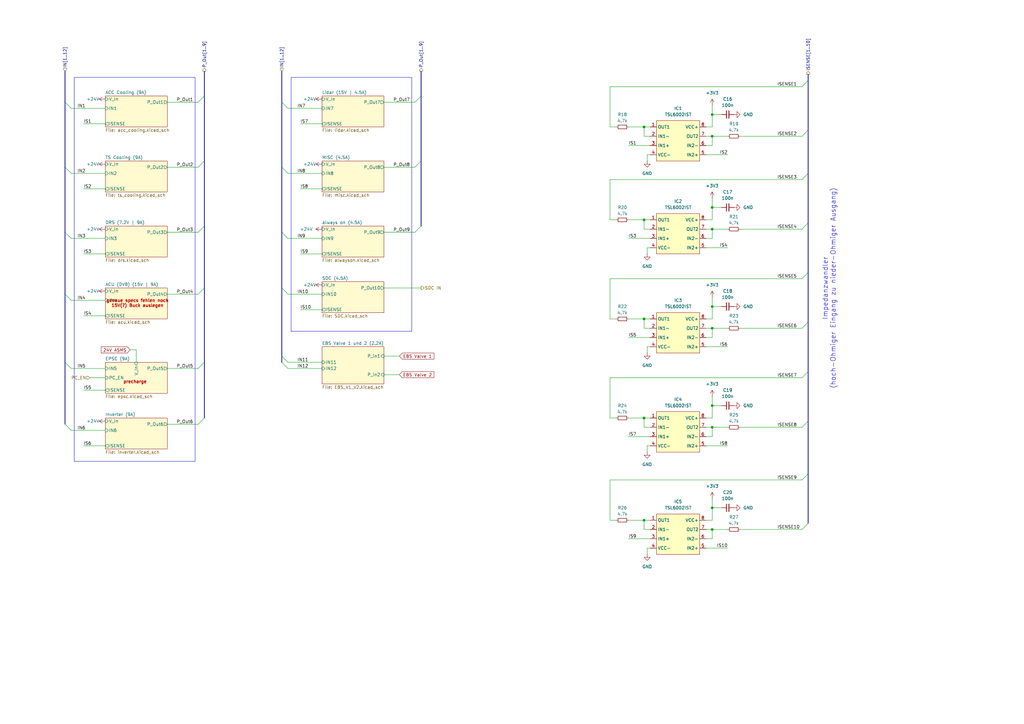
<source format=kicad_sch>
(kicad_sch (version 20231120) (generator "eeschema") (generator_version "8.0")
  (paper "A3")
  (title_block (title "PDU FT25") (date "2024-11-18") (rev "V1.0") (company "Janek Herm") (comment 1 "FaSTTUBe Electronics"))
  (lib_symbols
    (symbol "Device:C_Small" (pin_numbers hide) (pin_names (offset 0.254) hide)
      (property "Reference" "C" (at 0.254 1.778 0))
      (property "Value" "C_Small" (at 0.254 -2.032 0))
      (symbol "C_Small_0_1"
        (polyline (pts (xy -1.524 -0.508) (xy 1.524 -0.508)) (stroke (width 0.3302)))
        (polyline (pts (xy -1.524 0.508) (xy 1.524 0.508)) (stroke (width 0.3048)))
      )
      (symbol "C_Small_1_1"
        (pin passive line (at 0 2.54 270) (length 2.032) (name "~") (number "1"))
        (pin passive line (at 0 -2.54 90) (length 2.032) (name "~") (number "2"))
      )
    )
    (symbol "Device:R_Small" (pin_numbers hide) (pin_names (offset 0.254) hide)
      (property "Reference" "R" (at 0.762 0.508 0))
      (property "Value" "R_Small" (at 0.762 -1.016 0))
      (symbol "R_Small_0_1"
        (rectangle (start -0.762 1.778) (end 0.762 -1.778) (stroke (width 0.2032)))
      )
      (symbol "R_Small_1_1"
        (pin passive line (at 0 2.54 270) (length 0.762) (name "~") (number "1"))
        (pin passive line (at 0 -2.54 90) (length 0.762) (name "~") (number "2"))
      )
    )
    (symbol "FaSTTUBe_microcontrollers:TSL6002IST"
      (property "Reference" "IC" (at -0.254 -11.938 0))
      (property "Value" "TSL6002IST" (at 0 -14.478 0))
      (symbol "TSL6002IST_1_1"
        (rectangle (start -8.89 6.35) (end 8.89 -10.16) (fill (type background)))
        (pin output line (at -11.43 3.81 0) (length 2.54) (name "OUT1") (number "1"))
        (pin input line (at -11.43 0 0) (length 2.54) (name "IN1-") (number "2"))
        (pin input line (at -11.43 -3.81 0) (length 2.54) (name "IN1+") (number "3"))
        (pin passive line (at -11.43 -7.62 0) (length 2.54) (name "VCC-") (number "4"))
        (pin input line (at 11.43 -7.62 180) (length 2.54) (name "IN2+") (number "5"))
        (pin input line (at 11.43 -3.81 180) (length 2.54) (name "IN2-") (number "6"))
        (pin output line (at 11.43 0 180) (length 2.54) (name "OUT2") (number "7"))
        (pin input line (at 11.43 3.81 180) (length 2.54) (name "VCC+") (number "8"))
      )
    )
    (symbol "power:+12V" (power) (pin_numbers hide) (pin_names (offset 0) hide)
      (property "Value" "+12V" (at 0 3.556 0))
      (symbol "+12V_0_1"
        (polyline (pts (xy -0.762 1.27) (xy 0 2.54)))
        (polyline (pts (xy 0 0) (xy 0 2.54)))
        (polyline (pts (xy 0 2.54) (xy 0.762 1.27)))
      )
      (symbol "+12V_1_1"
        (pin power_in line (at 0 0 90) (length 0) (name "~") (number "1"))
      )
    )
    (symbol "power:+24V" (power) (pin_numbers hide) (pin_names (offset 0) hide)
      (property "Value" "+24V" (at 0 3.556 0))
      (symbol "+24V_0_1"
        (polyline (pts (xy -0.762 1.27) (xy 0 2.54)))
        (polyline (pts (xy 0 0) (xy 0 2.54)))
        (polyline (pts (xy 0 2.54) (xy 0.762 1.27)))
      )
      (symbol "+24V_1_1"
        (pin power_in line (at 0 0 90) (length 0) (name "~") (number "1"))
      )
    )
    (symbol "power:+3.3V" (power) (pin_numbers hide) (pin_names (offset 0) hide)
      (property "Value" "+3.3V" (at 0 3.556 0))
      (symbol "+3.3V_0_1"
        (polyline (pts (xy -0.762 1.27) (xy 0 2.54)))
        (polyline (pts (xy 0 0) (xy 0 2.54)))
        (polyline (pts (xy 0 2.54) (xy 0.762 1.27)))
      )
      (symbol "+3.3V_1_1"
        (pin power_in line (at 0 0 90) (length 0) (name "~") (number "1"))
      )
    )
    (symbol "power:GND" (power) (pin_numbers hide) (pin_names (offset 0) hide)
      (property "Value" "GND" (at 0 -3.81 0))
      (symbol "GND_0_1"
        (polyline (pts (xy 0 0) (xy 0 -1.27) (xy 1.27 -1.27) (xy 0 -2.54) (xy -1.27 -1.27) (xy 0 -1.27)))
      )
      (symbol "GND_1_1"
        (pin power_in line (at 0 0 270) (length 0) (name "~") (number "1"))
      )
    )
  )
  (junction (at 292.1 208.28))
  (junction (at 292.1 85.09))
  (junction (at 292.1 217.17))
  (junction (at 292.1 125.73))
  (junction (at 264.16 130.81))
  (junction (at 292.1 166.37))
  (junction (at 292.1 93.98))
  (junction (at 292.1 134.62))
  (junction (at 264.16 52.07))
  (junction (at 292.1 55.88))
  (junction (at 292.1 175.26))
  (junction (at 264.16 171.45))
  (junction (at 264.16 90.17))
  (junction (at 292.1 46.99))
  (junction (at 264.16 213.36))
  (bus_entry (at 328.93 35.56) (size 2.54 -2.54))
  (bus_entry (at 328.93 114.3) (size 2.54 -2.54))
  (bus_entry (at 328.93 154.94) (size 2.54 -2.54))
  (bus_entry (at 115.57 95.25) (size 2.54 2.54))
  (bus_entry (at 29.21 97.79) (size -2.54 -2.54))
  (bus_entry (at 115.57 118.11) (size 2.54 2.54))
  (bus_entry (at 29.21 176.53) (size -2.54 -2.54))
  (bus_entry (at 81.28 95.25) (size 2.54 -2.54))
  (bus_entry (at 81.28 68.58) (size 2.54 -2.54))
  (bus_entry (at 170.18 95.25) (size 2.54 -2.54))
  (bus_entry (at 328.93 175.26) (size 2.54 -2.54))
  (bus_entry (at 29.21 151.13) (size -2.54 -2.54))
  (bus_entry (at 81.28 151.13) (size 2.54 -2.54))
  (bus_entry (at 328.93 134.62) (size 2.54 -2.54))
  (bus_entry (at 170.18 68.58) (size 2.54 -2.54))
  (bus_entry (at 29.21 123.19) (size -2.54 -2.54))
  (bus_entry (at 328.93 196.85) (size 2.54 -2.54))
  (bus_entry (at 115.57 68.58) (size 2.54 2.54))
  (bus_entry (at 29.21 44.45) (size -2.54 -2.54))
  (bus_entry (at 115.57 146.05) (size 2.54 2.54))
  (bus_entry (at 328.93 73.66) (size 2.54 -2.54))
  (bus_entry (at 115.57 148.59) (size 2.54 2.54))
  (bus_entry (at 81.28 120.65) (size 2.54 -2.54))
  (bus_entry (at 29.21 71.12) (size -2.54 -2.54))
  (bus_entry (at 328.93 217.17) (size 2.54 -2.54))
  (bus_entry (at 170.18 41.91) (size 2.54 -2.54))
  (bus_entry (at 328.93 55.88) (size 2.54 -2.54))
  (bus_entry (at 328.93 93.98) (size 2.54 -2.54))
  (bus_entry (at 115.57 41.91) (size 2.54 2.54))
  (bus_entry (at 81.28 173.99) (size 2.54 -2.54))
  (bus_entry (at 81.28 41.91) (size 2.54 -2.54))
  (wire (pts (xy 292.1 52.07) (xy 292.1 46.99)))
  (wire (pts (xy 289.56 224.79) (xy 298.45 224.79)))
  (wire (pts (xy 303.53 134.62) (xy 328.93 134.62)))
  (wire (pts (xy 266.7 93.98) (xy 264.16 93.98)))
  (wire (pts (xy 265.43 142.24) (xy 265.43 144.78)))
  (wire (pts (xy 29.21 123.19) (xy 43.18 123.19)))
  (bus (pts (xy 83.82 118.11) (xy 83.82 148.59)))
  (wire (pts (xy 163.83 153.67) (xy 157.48 153.67)))
  (wire (pts (xy 34.29 50.8) (xy 43.18 50.8)))
  (wire (pts (xy 289.56 179.07) (xy 292.1 179.07)))
  (wire (pts (xy 266.7 134.62) (xy 264.16 134.62)))
  (bus (pts (xy 331.47 91.44) (xy 331.47 111.76)))
  (wire (pts (xy 292.1 90.17) (xy 292.1 85.09)))
  (bus (pts (xy 172.72 29.21) (xy 172.72 39.37)))
  (wire (pts (xy 257.81 213.36) (xy 264.16 213.36)))
  (wire (pts (xy 252.73 90.17) (xy 250.19 90.17)))
  (wire (pts (xy 257.81 90.17) (xy 264.16 90.17)))
  (wire (pts (xy 257.81 130.81) (xy 264.16 130.81)))
  (wire (pts (xy 252.73 52.07) (xy 250.19 52.07)))
  (wire (pts (xy 264.16 175.26) (xy 264.16 171.45)))
  (wire (pts (xy 289.56 138.43) (xy 292.1 138.43)))
  (wire (pts (xy 292.1 166.37) (xy 295.91 166.37)))
  (wire (pts (xy 55.88 143.51) (xy 55.88 148.59)))
  (wire (pts (xy 257.81 179.07) (xy 266.7 179.07)))
  (wire (pts (xy 303.53 55.88) (xy 328.93 55.88)))
  (bus (pts (xy 26.67 29.21) (xy 26.67 41.91)))
  (wire (pts (xy 29.21 97.79) (xy 43.18 97.79)))
  (bus (pts (xy 115.57 118.11) (xy 115.57 146.05)))
  (wire (pts (xy 264.16 134.62) (xy 264.16 130.81)))
  (wire (pts (xy 250.19 90.17) (xy 250.19 73.66)))
  (bus (pts (xy 83.82 148.59) (xy 83.82 171.45)))
  (wire (pts (xy 265.43 101.6) (xy 265.43 104.14)))
  (wire (pts (xy 264.16 217.17) (xy 264.16 213.36)))
  (wire (pts (xy 289.56 130.81) (xy 292.1 130.81)))
  (wire (pts (xy 257.81 171.45) (xy 264.16 171.45)))
  (wire (pts (xy 250.19 171.45) (xy 250.19 154.94)))
  (bus (pts (xy 26.67 95.25) (xy 26.67 120.65)))
  (wire (pts (xy 292.1 85.09) (xy 295.91 85.09)))
  (wire (pts (xy 292.1 125.73) (xy 295.91 125.73)))
  (wire (pts (xy 250.19 73.66) (xy 328.93 73.66)))
  (wire (pts (xy 289.56 90.17) (xy 292.1 90.17)))
  (bus (pts (xy 331.47 132.08) (xy 331.47 152.4)))
  (wire (pts (xy 68.58 95.25) (xy 81.28 95.25)))
  (bus (pts (xy 331.47 172.72) (xy 331.47 194.31)))
  (wire (pts (xy 264.16 93.98) (xy 264.16 90.17)))
  (wire (pts (xy 68.58 68.58) (xy 81.28 68.58)))
  (wire (pts (xy 292.1 166.37) (xy 292.1 162.56)))
  (wire (pts (xy 292.1 46.99) (xy 292.1 43.18)))
  (wire (pts (xy 34.29 160.02) (xy 43.18 160.02)))
  (wire (pts (xy 289.56 175.26) (xy 292.1 175.26)))
  (wire (pts (xy 289.56 182.88) (xy 298.45 182.88)))
  (wire (pts (xy 163.83 146.05) (xy 157.48 146.05)))
  (bus (pts (xy 26.67 68.58) (xy 26.67 95.25)))
  (wire (pts (xy 34.29 77.47) (xy 43.18 77.47)))
  (wire (pts (xy 53.34 143.51) (xy 55.88 143.51)))
  (wire (pts (xy 68.58 173.99) (xy 81.28 173.99)))
  (wire (pts (xy 264.16 90.17) (xy 266.7 90.17)))
  (wire (pts (xy 34.29 129.54) (xy 43.18 129.54)))
  (wire (pts (xy 292.1 55.88) (xy 298.45 55.88)))
  (wire (pts (xy 289.56 63.5) (xy 298.45 63.5)))
  (bus (pts (xy 83.82 29.21) (xy 83.82 39.37)))
  (wire (pts (xy 292.1 93.98) (xy 298.45 93.98)))
  (wire (pts (xy 123.19 77.47) (xy 132.08 77.47)))
  (bus (pts (xy 331.47 194.31) (xy 331.47 214.63)))
  (wire (pts (xy 292.1 220.98) (xy 292.1 217.17)))
  (wire (pts (xy 289.56 142.24) (xy 298.45 142.24)))
  (wire (pts (xy 264.16 52.07) (xy 266.7 52.07)))
  (wire (pts (xy 265.43 182.88) (xy 265.43 185.42)))
  (wire (pts (xy 292.1 59.69) (xy 292.1 55.88)))
  (wire (pts (xy 292.1 138.43) (xy 292.1 134.62)))
  (bus (pts (xy 331.47 53.34) (xy 331.47 71.12)))
  (wire (pts (xy 289.56 220.98) (xy 292.1 220.98)))
  (wire (pts (xy 157.48 41.91) (xy 170.18 41.91)))
  (wire (pts (xy 257.81 138.43) (xy 266.7 138.43)))
  (wire (pts (xy 292.1 97.79) (xy 292.1 93.98)))
  (wire (pts (xy 289.56 59.69) (xy 292.1 59.69)))
  (wire (pts (xy 266.7 224.79) (xy 265.43 224.79)))
  (wire (pts (xy 123.19 127) (xy 132.08 127)))
  (wire (pts (xy 68.58 41.91) (xy 81.28 41.91)))
  (bus (pts (xy 331.47 111.76) (xy 331.47 132.08)))
  (wire (pts (xy 257.81 220.98) (xy 266.7 220.98)))
  (wire (pts (xy 29.21 71.12) (xy 43.18 71.12)))
  (wire (pts (xy 264.16 55.88) (xy 264.16 52.07)))
  (wire (pts (xy 292.1 46.99) (xy 295.91 46.99)))
  (bus (pts (xy 26.67 41.91) (xy 26.67 68.58)))
  (wire (pts (xy 157.48 68.58) (xy 170.18 68.58)))
  (bus (pts (xy 83.82 39.37) (xy 83.82 66.04)))
  (bus (pts (xy 26.67 120.65) (xy 26.67 148.59)))
  (wire (pts (xy 29.21 44.45) (xy 43.18 44.45)))
  (wire (pts (xy 118.11 120.65) (xy 132.08 120.65)))
  (wire (pts (xy 266.7 63.5) (xy 265.43 63.5)))
  (wire (pts (xy 292.1 179.07) (xy 292.1 175.26)))
  (wire (pts (xy 250.19 52.07) (xy 250.19 35.56)))
  (bus (pts (xy 331.47 30.48) (xy 331.47 33.02)))
  (wire (pts (xy 29.21 151.13) (xy 43.18 151.13)))
  (wire (pts (xy 292.1 130.81) (xy 292.1 125.73)))
  (bus (pts (xy 115.57 146.05) (xy 115.57 148.59)))
  (wire (pts (xy 265.43 224.79) (xy 265.43 227.33)))
  (wire (pts (xy 266.7 182.88) (xy 265.43 182.88)))
  (bus (pts (xy 26.67 148.59) (xy 26.67 173.99)))
  (wire (pts (xy 289.56 55.88) (xy 292.1 55.88)))
  (wire (pts (xy 68.58 151.13) (xy 81.28 151.13)))
  (wire (pts (xy 250.19 130.81) (xy 250.19 114.3)))
  (wire (pts (xy 118.11 151.13) (xy 132.08 151.13)))
  (wire (pts (xy 266.7 101.6) (xy 265.43 101.6)))
  (wire (pts (xy 250.19 114.3) (xy 328.93 114.3)))
  (wire (pts (xy 289.56 213.36) (xy 292.1 213.36)))
  (wire (pts (xy 292.1 85.09) (xy 292.1 81.28)))
  (wire (pts (xy 266.7 142.24) (xy 265.43 142.24)))
  (wire (pts (xy 252.73 213.36) (xy 250.19 213.36)))
  (wire (pts (xy 252.73 130.81) (xy 250.19 130.81)))
  (wire (pts (xy 118.11 71.12) (xy 132.08 71.12)))
  (wire (pts (xy 264.16 213.36) (xy 266.7 213.36)))
  (wire (pts (xy 257.81 59.69) (xy 266.7 59.69)))
  (wire (pts (xy 303.53 217.17) (xy 328.93 217.17)))
  (wire (pts (xy 123.19 50.8) (xy 132.08 50.8)))
  (bus (pts (xy 331.47 152.4) (xy 331.47 172.72)))
  (wire (pts (xy 123.19 104.14) (xy 132.08 104.14)))
  (wire (pts (xy 264.16 130.81) (xy 266.7 130.81)))
  (wire (pts (xy 132.08 97.79) (xy 118.11 97.79)))
  (wire (pts (xy 289.56 93.98) (xy 292.1 93.98)))
  (wire (pts (xy 289.56 97.79) (xy 292.1 97.79)))
  (wire (pts (xy 303.53 93.98) (xy 328.93 93.98)))
  (wire (pts (xy 266.7 55.88) (xy 264.16 55.88)))
  (wire (pts (xy 257.81 97.79) (xy 266.7 97.79)))
  (wire (pts (xy 289.56 101.6) (xy 298.45 101.6)))
  (wire (pts (xy 265.43 63.5) (xy 265.43 66.04)))
  (bus (pts (xy 172.72 39.37) (xy 172.72 66.04)))
  (wire (pts (xy 157.48 95.25) (xy 170.18 95.25)))
  (wire (pts (xy 292.1 134.62) (xy 298.45 134.62)))
  (bus (pts (xy 331.47 33.02) (xy 331.47 53.34)))
  (wire (pts (xy 257.81 52.07) (xy 264.16 52.07)))
  (bus (pts (xy 115.57 29.21) (xy 115.57 41.91)))
  (wire (pts (xy 250.19 213.36) (xy 250.19 196.85)))
  (wire (pts (xy 266.7 217.17) (xy 264.16 217.17)))
  (bus (pts (xy 83.82 66.04) (xy 83.82 92.71)))
  (wire (pts (xy 34.29 182.88) (xy 43.18 182.88)))
  (bus (pts (xy 115.57 41.91) (xy 115.57 68.58)))
  (wire (pts (xy 292.1 208.28) (xy 295.91 208.28)))
  (wire (pts (xy 157.48 118.11) (xy 172.72 118.11)))
  (wire (pts (xy 34.29 104.14) (xy 43.18 104.14)))
  (wire (pts (xy 292.1 125.73) (xy 292.1 121.92)))
  (wire (pts (xy 29.21 176.53) (xy 43.18 176.53)))
  (bus (pts (xy 331.47 71.12) (xy 331.47 91.44)))
  (wire (pts (xy 264.16 171.45) (xy 266.7 171.45)))
  (bus (pts (xy 172.72 66.04) (xy 172.72 92.71)))
  (wire (pts (xy 289.56 134.62) (xy 292.1 134.62)))
  (wire (pts (xy 292.1 213.36) (xy 292.1 208.28)))
  (wire (pts (xy 303.53 175.26) (xy 328.93 175.26)))
  (wire (pts (xy 250.19 154.94) (xy 328.93 154.94)))
  (wire (pts (xy 266.7 175.26) (xy 264.16 175.26)))
  (wire (pts (xy 252.73 171.45) (xy 250.19 171.45)))
  (wire (pts (xy 118.11 44.45) (xy 132.08 44.45)))
  (wire (pts (xy 292.1 217.17) (xy 298.45 217.17)))
  (bus (pts (xy 115.57 68.58) (xy 115.57 95.25)))
  (bus (pts (xy 115.57 95.25) (xy 115.57 118.11)))
  (wire (pts (xy 68.58 120.65) (xy 81.28 120.65)))
  (wire (pts (xy 289.56 217.17) (xy 292.1 217.17)))
  (bus (pts (xy 83.82 92.71) (xy 83.82 118.11)))
  (wire (pts (xy 292.1 175.26) (xy 298.45 175.26)))
  (wire (pts (xy 289.56 171.45) (xy 292.1 171.45)))
  (wire (pts (xy 292.1 208.28) (xy 292.1 204.47)))
  (wire (pts (xy 292.1 171.45) (xy 292.1 166.37)))
  (wire (pts (xy 118.11 148.59) (xy 132.08 148.59)))
  (wire (pts (xy 36.83 154.94) (xy 43.18 154.94)))
  (wire (pts (xy 250.19 196.85) (xy 328.93 196.85)))
  (wire (pts (xy 250.19 35.56) (xy 328.93 35.56)))
  (wire (pts (xy 289.56 52.07) (xy 292.1 52.07)))
  (rectangle (start 119.38 31.75) (end 168.91 135.89))
  (rectangle (start 30.48 31.75) (end 80.01 189.23))
  (text "Impedanzwandler\n(hoch-Ohmiger Eingang zu nieder-Ohmiger Ausgang)" (at 340.106 118.364 90) (effects (font (size 2 2))))
  (text "genaue specs fehlen noch\n15V(?) Buck auslegen" (at 56.388 124.46 0) (effects (font (size 1.27 1.27) (thickness 0.254) (bold yes))))
  (text "precharge" (at 55.372 156.718 0) (effects (font (size 1.27 1.27) (thickness 0.254) (bold yes))))
  (label "P_Out8" (at 161.29 68.58 0))
  (label "ISENSE2" (at 318.77 55.88 0))
  (label "IN2" (at 31.75 71.12 0))
  (label "IS9" (at 257.81 220.98 0))
  (label "ISENSE6" (at 318.77 134.62 0))
  (label "P_Out5" (at 72.39 151.13 0))
  (label "P_Out1" (at 72.39 41.91 0))
  (label "IN4" (at 31.75 123.19 0))
  (label "IS2" (at 298.45 63.5 180))
  (label "IN10" (at 121.92 120.65 0))
  (label "IS4" (at 34.29 129.54 0))
  (label "P_Out2" (at 72.39 68.58 0))
  (label "P_Out7" (at 161.29 41.91 0))
  (label "IS10" (at 123.19 127 0))
  (label "IN8" (at 121.92 71.12 0))
  (label "IS8" (at 298.45 182.88 180))
  (label "IS6" (at 34.29 182.88 0))
  (label "IS4" (at 298.45 101.6 180))
  (label "IS7" (at 123.19 50.8 0))
  (label "IS1" (at 257.81 59.69 0))
  (label "IS9" (at 123.19 104.14 0))
  (label "IN6" (at 31.75 176.53 0))
  (label "ISENSE7" (at 318.77 154.94 0))
  (label "IS5" (at 257.81 138.43 0))
  (label "IS3" (at 257.81 97.79 0))
  (label "P_Out3" (at 72.39 95.25 0))
  (label "P_Out6" (at 72.39 173.99 0))
  (label "IN9" (at 121.92 97.79 0))
  (label "IN3" (at 31.75 97.79 0))
  (label "ISENSE9" (at 318.77 196.85 0))
  (label "IS6" (at 298.45 142.24 180))
  (label "IN12" (at 121.92 151.13 0))
  (label "ISENSE4" (at 318.77 93.98 0))
  (label "IS2" (at 34.29 77.47 0))
  (label "ISENSE3" (at 318.77 73.66 0))
  (label "P_Out9" (at 161.29 95.25 0))
  (label "IN7" (at 121.92 44.45 0))
  (label "IS7" (at 257.81 179.07 0))
  (label "IS8" (at 123.19 77.47 0))
  (label "IS1" (at 34.29 50.8 0))
  (label "ISENSE10" (at 318.77 217.17 0))
  (label "IN1" (at 31.75 44.45 0))
  (label "IS10" (at 298.45 224.79 180))
  (label "IS3" (at 34.29 104.14 0))
  (label "ISENSE5" (at 318.77 114.3 0))
  (label "ISENSE1" (at 318.77 35.56 0))
  (label "P_Out4" (at 72.39 120.65 0))
  (label "IN5" (at 31.75 151.13 0))
  (label "IS5" (at 34.29 160.02 0))
  (label "IN11" (at 121.92 148.59 0))
  (label "ISENSE8" (at 318.77 175.26 0))
  (global_label "24V ASMS" (shape input) (at 53.34 143.51 180) (property "Intersheetrefs" "${INTERSHEET_REFS}" (effects (hide yes))))
  (global_label "EBS Valve 1" (shape input) (at 163.83 146.05 0) (property "Intersheetrefs" "${INTERSHEET_REFS}" (effects (hide yes))))
  (global_label "EBS Valve 2" (shape input) (at 163.83 153.67 0) (property "Intersheetrefs" "${INTERSHEET_REFS}" (effects (hide yes))))
  (hierarchical_label "PC_EN" (shape input) (at 36.83 154.94 180))
  (hierarchical_label "ISENSE[1..10]" (shape output) (at 331.47 30.48 90))
  (hierarchical_label "IN[1..12]" (shape input) (at 115.57 29.21 90))
  (hierarchical_label "P_Out[1..9]" (shape output) (at 172.72 29.21 90))
  (hierarchical_label "P_Out[1..9]" (shape output) (at 83.82 29.21 90))
  (hierarchical_label "IN[1..12]" (shape input) (at 26.67 29.21 90))
  (hierarchical_label "SDC IN" (shape output) (at 172.72 118.11 0))
  (symbol (lib_id "power:GND") (at 300.99 208.28 90) (unit 1)
    (property "Reference" "#PWR058" (effects (hide yes)))
    (property "Value" "GND" (at 304.8 208.2799 90) (effects (justify right)))
    (property "Description" "Power symbol creates a global label with name \"GND\" , ground" (effects (hide yes)))
  )
  (symbol (lib_id "power:GND") (at 265.43 144.78 0) (unit 1)
    (property "Reference" "#PWR052" (effects (hide yes)))
    (property "Value" "GND" (at 265.43 149.86 0))
    (property "Description" "Power symbol creates a global label with name \"GND\" , ground" (effects (hide yes)))
  )
  (symbol (lib_id "Device:C_Small") (at 298.45 125.73 90) (unit 1)
    (property "Reference" "C18" (at 298.4563 119.38 90))
    (property "Value" "100n" (at 298.4563 121.92 90))
    (property "Footprint" "Capacitor_SMD:C_0603_1608Metric_Pad1.08x0.95mm_HandSolder" (effects (hide yes)))
    (property "Description" "Unpolarized capacitor, small symbol" (effects (hide yes)))
  )
  (symbol (lib_id "power:+12V") (at 43.18 93.98 90) (unit 1)
    (property "Reference" "#PWR045" (effects (hide yes)))
    (property "Value" "+24V" (at 38.1 93.98 90))
    (property "Description" "Power symbol creates a global label with name \"+12V\"" (effects (hide yes)))
  )
  (symbol (lib_id "power:+24V") (at 132.08 93.98 90) (unit 1)
    (property "Reference" "#PWR046" (effects (hide yes)))
    (property "Value" "+24V" (at 128.27 93.9799 90) (effects (justify left)))
    (property "Description" "Power symbol creates a global label with name \"+24V\"" (effects (hide yes)))
  )
  (symbol (lib_id "power:+3.3V") (at 292.1 162.56 0) (unit 1)
    (property "Reference" "#PWR053" (effects (hide yes)))
    (property "Value" "+3V3" (at 292.1 157.48 0))
    (property "Description" "Power symbol creates a global label with name \"+3.3V\"" (effects (hide yes)))
  )
  (symbol (lib_id "FaSTTUBe_microcontrollers:TSL6002IST") (at 278.13 217.17 0) (unit 1)
    (property "Reference" "IC5" (at 278.13 205.74 0))
    (property "Value" "TSL6002IST" (at 278.13 208.28 0))
    (property "Footprint" "TSL6002IST:SOP65P490X110-8N" (effects (hide yes)))
    (property "Datasheet" "https://www.st.com/resource/en/datasheet/tsl6001.pdf" (effects (hide yes)))
  )
  (symbol (lib_id "Device:C_Small") (at 298.45 166.37 90) (unit 1)
    (property "Reference" "C19" (at 298.4563 160.02 90))
    (property "Value" "100n" (at 298.4563 162.56 90))
    (property "Footprint" "Capacitor_SMD:C_0603_1608Metric_Pad1.08x0.95mm_HandSolder" (effects (hide yes)))
    (property "Description" "Unpolarized capacitor, small symbol" (effects (hide yes)))
  )
  (symbol (lib_id "Device:R_Small") (at 300.99 217.17 90) (unit 1)
    (property "Reference" "R27" (at 300.99 212.09 90))
    (property "Value" "4.7k" (at 300.99 214.63 90))
    (property "Footprint" "Resistor_SMD:R_0603_1608Metric_Pad0.98x0.95mm_HandSolder" (effects (hide yes)))
    (property "Description" "Resistor, small symbol" (effects (hide yes)))
  )
  (symbol (lib_id "power:GND") (at 300.99 166.37 90) (unit 1)
    (property "Reference" "#PWR054" (effects (hide yes)))
    (property "Value" "GND" (at 304.8 166.3699 90) (effects (justify right)))
    (property "Description" "Power symbol creates a global label with name \"GND\" , ground" (effects (hide yes)))
  )
  (symbol (lib_id "power:GND") (at 265.43 66.04 0) (unit 1)
    (property "Reference" "#PWR040" (effects (hide yes)))
    (property "Value" "GND" (at 265.43 71.12 0))
    (property "Description" "Power symbol creates a global label with name \"GND\" , ground" (effects (hide yes)))
  )
  (symbol (lib_id "power:GND") (at 300.99 46.99 90) (unit 1)
    (property "Reference" "#PWR039" (effects (hide yes)))
    (property "Value" "GND" (at 304.8 46.9899 90) (effects (justify right)))
    (property "Description" "Power symbol creates a global label with name \"GND\" , ground" (effects (hide yes)))
  )
  (symbol (lib_id "FaSTTUBe_microcontrollers:TSL6002IST") (at 278.13 134.62 0) (unit 1)
    (property "Reference" "IC3" (at 278.13 123.19 0))
    (property "Value" "TSL6002IST" (at 278.13 125.73 0))
    (property "Footprint" "TSL6002IST:SOP65P490X110-8N" (effects (hide yes)))
    (property "Datasheet" "https://www.st.com/resource/en/datasheet/tsl6001.pdf" (effects (hide yes)))
  )
  (symbol (lib_id "power:+12V") (at 43.18 172.72 90) (unit 1)
    (property "Reference" "#PWR055" (effects (hide yes)))
    (property "Value" "+24V" (at 38.1 172.72 90))
    (property "Description" "Power symbol creates a global label with name \"+12V\"" (effects (hide yes)))
  )
  (symbol (lib_id "power:+3.3V") (at 292.1 81.28 0) (unit 1)
    (property "Reference" "#PWR043" (effects (hide yes)))
    (property "Value" "+3V3" (at 292.1 76.2 0))
    (property "Description" "Power symbol creates a global label with name \"+3.3V\"" (effects (hide yes)))
  )
  (symbol (lib_id "power:+12V") (at 43.18 40.64 90) (unit 1)
    (property "Reference" "#PWR036" (effects (hide yes)))
    (property "Value" "+24V" (at 38.1 40.64 90))
    (property "Description" "Power symbol creates a global label with name \"+12V\"" (effects (hide yes)))
  )
  (symbol (lib_id "FaSTTUBe_microcontrollers:TSL6002IST") (at 278.13 93.98 0) (unit 1)
    (property "Reference" "IC2" (at 278.13 82.55 0))
    (property "Value" "TSL6002IST" (at 278.13 85.09 0))
    (property "Footprint" "TSL6002IST:SOP65P490X110-8N" (effects (hide yes)))
    (property "Datasheet" "https://www.st.com/resource/en/datasheet/tsl6001.pdf" (effects (hide yes)))
  )
  (symbol (lib_id "FaSTTUBe_microcontrollers:TSL6002IST") (at 278.13 175.26 0) (unit 1)
    (property "Reference" "IC4" (at 278.13 163.83 0))
    (property "Value" "TSL6002IST" (at 278.13 166.37 0))
    (property "Footprint" "TSL6002IST:SOP65P490X110-8N" (effects (hide yes)))
    (property "Datasheet" "https://www.st.com/resource/en/datasheet/tsl6001.pdf" (effects (hide yes)))
  )
  (symbol (lib_id "power:+12V") (at 43.18 67.31 90) (unit 1)
    (property "Reference" "#PWR041" (effects (hide yes)))
    (property "Value" "+24V" (at 38.1 67.31 90))
    (property "Description" "Power symbol creates a global label with name \"+12V\"" (effects (hide yes)))
  )
  (symbol (lib_id "power:GND") (at 265.43 227.33 0) (unit 1)
    (property "Reference" "#PWR059" (effects (hide yes)))
    (property "Value" "GND" (at 265.43 232.41 0))
    (property "Description" "Power symbol creates a global label with name \"GND\" , ground" (effects (hide yes)))
  )
  (symbol (lib_id "power:+3.3V") (at 292.1 121.92 0) (unit 1)
    (property "Reference" "#PWR050" (effects (hide yes)))
    (property "Value" "+3V3" (at 292.1 116.84 0))
    (property "Description" "Power symbol creates a global label with name \"+3.3V\"" (effects (hide yes)))
  )
  (symbol (lib_id "power:+12V") (at 132.08 40.64 90) (unit 1)
    (property "Reference" "#PWR037" (effects (hide yes)))
    (property "Value" "+24V" (at 127 40.64 90))
    (property "Description" "Power symbol creates a global label with name \"+12V\"" (effects (hide yes)))
  )
  (symbol (lib_id "power:+3.3V") (at 292.1 43.18 0) (unit 1)
    (property "Reference" "#PWR038" (effects (hide yes)))
    (property "Value" "+3V3" (at 292.1 38.1 0))
    (property "Description" "Power symbol creates a global label with name \"+3.3V\"" (effects (hide yes)))
  )
  (symbol (lib_id "Device:R_Small") (at 300.99 55.88 90) (unit 1)
    (property "Reference" "R19" (at 300.99 50.8 90))
    (property "Value" "4.7k" (at 300.99 53.34 90))
    (property "Footprint" "Resistor_SMD:R_0603_1608Metric_Pad0.98x0.95mm_HandSolder" (effects (hide yes)))
    (property "Description" "Resistor, small symbol" (effects (hide yes)))
  )
  (symbol (lib_id "Device:R_Small") (at 255.27 130.81 90) (unit 1)
    (property "Reference" "R22" (at 255.27 125.73 90))
    (property "Value" "4.7k" (at 255.27 128.27 90))
    (property "Footprint" "Resistor_SMD:R_0603_1608Metric_Pad0.98x0.95mm_HandSolder" (effects (hide yes)))
    (property "Description" "Resistor, small symbol" (effects (hide yes)))
  )
  (symbol (lib_id "power:GND") (at 300.99 85.09 90) (unit 1)
    (property "Reference" "#PWR044" (effects (hide yes)))
    (property "Value" "GND" (at 304.8 85.0899 90) (effects (justify right)))
    (property "Description" "Power symbol creates a global label with name \"GND\" , ground" (effects (hide yes)))
  )
  (symbol (lib_id "Device:C_Small") (at 298.45 46.99 90) (unit 1)
    (property "Reference" "C16" (at 298.4563 40.64 90))
    (property "Value" "100n" (at 298.4563 43.18 90))
    (property "Footprint" "Capacitor_SMD:C_0603_1608Metric_Pad1.08x0.95mm_HandSolder" (effects (hide yes)))
    (property "Description" "Unpolarized capacitor, small symbol" (effects (hide yes)))
  )
  (symbol (lib_id "Device:R_Small") (at 255.27 52.07 90) (unit 1)
    (property "Reference" "R18" (at 255.27 46.99 90))
    (property "Value" "4.7k" (at 255.27 49.53 90))
    (property "Footprint" "Resistor_SMD:R_0603_1608Metric_Pad0.98x0.95mm_HandSolder" (effects (hide yes)))
    (property "Description" "Resistor, small symbol" (effects (hide yes)))
  )
  (symbol (lib_id "Device:R_Small") (at 255.27 171.45 90) (unit 1)
    (property "Reference" "R24" (at 255.27 166.37 90))
    (property "Value" "4.7k" (at 255.27 168.91 90))
    (property "Footprint" "Resistor_SMD:R_0603_1608Metric_Pad0.98x0.95mm_HandSolder" (effects (hide yes)))
    (property "Description" "Resistor, small symbol" (effects (hide yes)))
  )
  (symbol (lib_id "Device:C_Small") (at 298.45 208.28 90) (unit 1)
    (property "Reference" "C20" (at 298.4563 201.93 90))
    (property "Value" "100n" (at 298.4563 204.47 90))
    (property "Footprint" "Capacitor_SMD:C_0603_1608Metric_Pad1.08x0.95mm_HandSolder" (effects (hide yes)))
    (property "Description" "Unpolarized capacitor, small symbol" (effects (hide yes)))
  )
  (symbol (lib_id "power:+12V") (at 43.18 119.38 90) (unit 1)
    (property "Reference" "#PWR049" (effects (hide yes)))
    (property "Value" "+24V" (at 38.1 119.38 90))
    (property "Description" "Power symbol creates a global label with name \"+12V\"" (effects (hide yes)))
  )
  (symbol (lib_id "Device:R_Small") (at 300.99 93.98 90) (unit 1)
    (property "Reference" "R21" (at 300.99 88.9 90))
    (property "Value" "4.7k" (at 300.99 91.44 90))
    (property "Footprint" "Resistor_SMD:R_0603_1608Metric_Pad0.98x0.95mm_HandSolder" (effects (hide yes)))
    (property "Description" "Resistor, small symbol" (effects (hide yes)))
  )
  (symbol (lib_id "FaSTTUBe_microcontrollers:TSL6002IST") (at 278.13 55.88 0) (unit 1)
    (property "Reference" "IC1" (at 278.13 44.45 0))
    (property "Value" "TSL6002IST" (at 278.13 46.99 0))
    (property "Footprint" "TSL6002IST:SOP65P490X110-8N" (effects (hide yes)))
    (property "Datasheet" "https://www.st.com/resource/en/datasheet/tsl6001.pdf" (effects (hide yes)))
  )
  (symbol (lib_id "power:+3.3V") (at 292.1 204.47 0) (unit 1)
    (property "Reference" "#PWR057" (effects (hide yes)))
    (property "Value" "+3V3" (at 292.1 199.39 0))
    (property "Description" "Power symbol creates a global label with name \"+3.3V\"" (effects (hide yes)))
  )
  (symbol (lib_id "power:GND") (at 300.99 125.73 90) (unit 1)
    (property "Reference" "#PWR051" (effects (hide yes)))
    (property "Value" "GND" (at 304.8 125.7299 90) (effects (justify right)))
    (property "Description" "Power symbol creates a global label with name \"GND\" , ground" (effects (hide yes)))
  )
  (symbol (lib_id "Device:R_Small") (at 300.99 175.26 90) (unit 1)
    (property "Reference" "R25" (at 300.99 170.18 90))
    (property "Value" "4.7k" (at 300.99 172.72 90))
    (property "Footprint" "Resistor_SMD:R_0603_1608Metric_Pad0.98x0.95mm_HandSolder" (effects (hide yes)))
    (property "Description" "Resistor, small symbol" (effects (hide yes)))
  )
  (symbol (lib_id "power:+12V") (at 132.08 67.31 90) (unit 1)
    (property "Reference" "#PWR042" (effects (hide yes)))
    (property "Value" "+24V" (at 127 67.31 90))
    (property "Description" "Power symbol creates a global label with name \"+12V\"" (effects (hide yes)))
  )
  (symbol (lib_id "power:GND") (at 265.43 104.14 0) (unit 1)
    (property "Reference" "#PWR047" (effects (hide yes)))
    (property "Value" "GND" (at 265.43 109.22 0))
    (property "Description" "Power symbol creates a global label with name \"GND\" , ground" (effects (hide yes)))
  )
  (symbol (lib_id "Device:R_Small") (at 255.27 90.17 90) (unit 1)
    (property "Reference" "R20" (at 255.27 85.09 90))
    (property "Value" "4.7k" (at 255.27 87.63 90))
    (property "Footprint" "Resistor_SMD:R_0603_1608Metric_Pad0.98x0.95mm_HandSolder" (effects (hide yes)))
    (property "Description" "Resistor, small symbol" (effects (hide yes)))
  )
  (symbol (lib_id "Device:C_Small") (at 298.45 85.09 90) (unit 1)
    (property "Reference" "C17" (at 298.4563 78.74 90))
    (property "Value" "100n" (at 298.4563 81.28 90))
    (property "Footprint" "Capacitor_SMD:C_0603_1608Metric_Pad1.08x0.95mm_HandSolder" (effects (hide yes)))
    (property "Description" "Unpolarized capacitor, small symbol" (effects (hide yes)))
  )
  (symbol (lib_id "power:+12V") (at 132.08 116.84 90) (unit 1)
    (property "Reference" "#PWR048" (effects (hide yes)))
    (property "Value" "+24V" (at 127 116.84 90))
    (property "Description" "Power symbol creates a global label with name \"+12V\"" (effects (hide yes)))
  )
  (symbol (lib_id "power:GND") (at 265.43 185.42 0) (unit 1)
    (property "Reference" "#PWR056" (effects (hide yes)))
    (property "Value" "GND" (at 265.43 190.5 0))
    (property "Description" "Power symbol creates a global label with name \"GND\" , ground" (effects (hide yes)))
  )
  (symbol (lib_id "Device:R_Small") (at 300.99 134.62 90) (unit 1)
    (property "Reference" "R23" (at 300.99 129.54 90))
    (property "Value" "4.7k" (at 300.99 132.08 90))
    (property "Footprint" "Resistor_SMD:R_0603_1608Metric_Pad0.98x0.95mm_HandSolder" (effects (hide yes)))
    (property "Description" "Resistor, small symbol" (effects (hide yes)))
  )
  (symbol (lib_id "Device:R_Small") (at 255.27 213.36 90) (unit 1)
    (property "Reference" "R26" (at 255.27 208.28 90))
    (property "Value" "4.7k" (at 255.27 210.82 90))
    (property "Footprint" "Resistor_SMD:R_0603_1608Metric_Pad0.98x0.95mm_HandSolder" (effects (hide yes)))
    (property "Description" "Resistor, small symbol" (effects (hide yes)))
  )
  (sheet (at 43.18 92.71) (size 25.4 12.7) (stroke (width 0.1524)) (fill (color 255 250 208 1.0000))
    (property "Sheetname" "DRS (7.2V | 9A)" (at 43.18 91.9984 0) (effects (justify left bottom)))
    (property "Sheetfile" "drs.kicad_sch" (at 43.18 105.9946 0) (effects (justify left top)))
    (pin "ISENSE" output (at 43.18 104.14 180))
    (pin "IN3" input (at 43.18 97.79 180))
    (pin "V_In" input (at 43.18 93.98 180))
    (pin "P_Out3" output (at 68.58 95.25 0))
  )
  (sheet (at 43.18 66.04) (size 25.4 12.7) (stroke (width 0.1524)) (fill (color 255 250 208 1.0000))
    (property "Sheetname" "TS Cooling (9A)" (at 43.18 65.3284 0) (effects (justify left bottom)))
    (property "Sheetfile" "ts_cooling.kicad_sch" (at 43.18 79.3246 0) (effects (justify left top)))
    (pin "V_In" input (at 43.18 67.31 180))
    (pin "P_Out2" output (at 68.58 68.58 0))
    (pin "ISENSE" output (at 43.18 77.47 180))
    (pin "IN2" input (at 43.18 71.12 180))
  )
  (sheet (at 43.18 118.11) (size 25.4 12.7) (stroke (width 0.1524)) (fill (color 255 250 208 1.0000))
    (property "Sheetname" "ACU (DVB) (15V | 9A)" (at 43.18 117.3984 0) (effects (justify left bottom)))
    (property "Sheetfile" "acu.kicad_sch" (at 43.18 131.3946 0) (effects (justify left top)))
    (pin "P_Out4" output (at 68.58 120.65 0))
    (pin "V_In" input (at 43.18 119.38 180))
    (pin "IN4" input (at 43.18 123.19 180))
    (pin "ISENSE" output (at 43.18 129.54 180))
  )
  (sheet (at 43.18 171.45) (size 25.4 12.7) (stroke (width 0.1524)) (fill (color 255 250 208 1.0000))
    (property "Sheetname" "Inverter (9A)" (at 43.18 170.7384 0) (effects (justify left bottom)))
    (property "Sheetfile" "inverter.kicad_sch" (at 43.18 184.7346 0) (effects (justify left top)))
    (pin "V_In" input (at 43.18 172.72 180))
    (pin "ISENSE" output (at 43.18 182.88 180))
    (pin "IN6" input (at 43.18 176.53 180))
    (pin "P_Out6" output (at 68.58 173.99 0))
  )
  (sheet (at 43.18 148.59) (size 25.4 12.7) (stroke (width 0.1524)) (fill (color 255 250 208 1.0000))
    (property "Sheetname" "EPSC (9A)" (at 43.18 147.8784 0) (effects (justify left bottom)))
    (property "Sheetfile" "epsc.kicad_sch" (at 43.18 161.8746 0) (effects (justify left top)))
    (pin "V_In" input (at 55.88 148.59 90))
    (pin "P_Out5" output (at 68.58 151.13 0))
    (pin "IN5" input (at 43.18 151.13 180))
    (pin "ISENSE" output (at 43.18 160.02 180))
    (pin "PC_EN" input (at 43.18 154.94 180))
  )
  (sheet (at 132.08 92.71) (size 25.4 12.7) (stroke (width 0.1524)) (fill (color 255 250 208 1.0000))
    (property "Sheetname" "always on (4.5A)" (at 132.08 91.9984 0) (effects (justify left bottom)))
    (property "Sheetfile" "alwayson.kicad_sch" (at 132.08 105.9946 0) (effects (justify left top)))
    (pin "ISENSE" output (at 132.08 104.14 180))
    (pin "IN9" input (at 132.08 97.79 180))
    (pin "P_Out9" output (at 157.48 95.25 0))
    (pin "V_In" input (at 132.08 93.98 180))
  )
  (sheet (at 132.08 142.24) (size 25.4 15.24) (stroke (width 0.1524)) (fill (color 255 250 208 1.0000))
    (property "Sheetname" "EBS Valve 1 und 2 (2.2A)" (at 132.08 141.5284 0) (effects (justify left bottom)))
    (property "Sheetfile" "EBS_V1_V2.kicad_sch" (at 132.08 158.0646 0) (effects (justify left top)))
    (pin "IN12" input (at 132.08 151.13 180))
    (pin "P_in2" input (at 157.48 153.67 0))
    (pin "P_in1" input (at 157.48 146.05 0))
    (pin "IN11" input (at 132.08 148.59 180))
  )
  (sheet (at 132.08 39.37) (size 25.4 12.7) (stroke (width 0.1524)) (fill (color 255 250 208 1.0000))
    (property "Sheetname" "Lidar (15V | 4.5A)" (at 132.08 38.6584 0) (effects (justify left bottom)))
    (property "Sheetfile" "lidar.kicad_sch" (at 132.08 52.6546 0) (effects (justify left top)))
    (pin "IN7" input (at 132.08 44.45 180))
    (pin "V_In" input (at 132.08 40.64 180))
    (pin "P_Out7" output (at 157.48 41.91 0))
    (pin "ISENSE" output (at 132.08 50.8 180))
  )
  (sheet (at 132.08 115.57) (size 25.4 12.7) (stroke (width 0.1524)) (fill (color 255 250 208 1.0000))
    (property "Sheetname" "SDC (4.5A)" (at 132.08 114.8584 0) (effects (justify left bottom)))
    (property "Sheetfile" "SDC.kicad_sch" (at 132.08 128.8546 0) (effects (justify left top)))
    (pin "ISENSE" output (at 132.08 127 180))
    (pin "P_Out10" output (at 157.48 118.11 0))
    (pin "V_In" input (at 132.08 116.84 180))
    (pin "IN10" input (at 132.08 120.65 180))
  )
  (sheet (at 43.18 39.37) (size 25.4 12.7) (stroke (width 0.1524)) (fill (color 255 250 208 1.0000))
    (property "Sheetname" "ACC Cooling (9A)" (at 43.18 38.6584 0) (effects (justify left bottom)))
    (property "Sheetfile" "acc_cooling.kicad_sch" (at 43.18 52.6546 0) (effects (justify left top)))
    (pin "ISENSE" output (at 43.18 50.8 180))
    (pin "IN1" input (at 43.18 44.45 180))
    (pin "P_Out1" output (at 68.58 41.91 0))
    (pin "V_In" input (at 43.18 40.64 180))
  )
  (sheet (at 132.08 66.04) (size 25.4 12.7) (stroke (width 0.1524)) (fill (color 255 250 208 1.0000))
    (property "Sheetname" "MISC (4.5A)" (at 132.08 65.3284 0) (effects (justify left bottom)))
    (property "Sheetfile" "misc.kicad_sch" (at 132.08 79.3246 0) (effects (justify left top)))
    (pin "V_In" input (at 132.08 67.31 180))
    (pin "P_Out8" output (at 157.48 68.58 0))
    (pin "ISENSE" output (at 132.08 77.47 180))
    (pin "IN8" input (at 132.08 71.12 180))
  )
)
</source>
